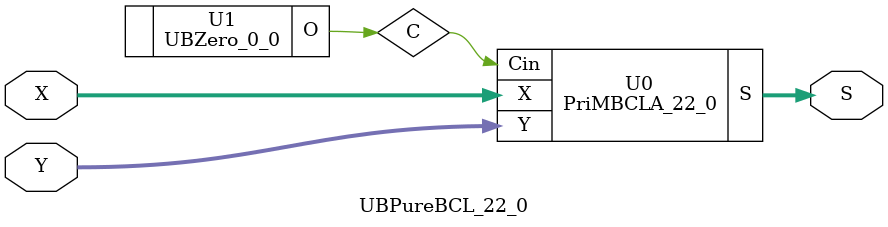
<source format=v>
/*----------------------------------------------------------------------------
  Copyright (c) 2021 Homma laboratory. All rights reserved.

  Top module: UBBCL_22_0_22_0

  Operand-1 length: 23
  Operand-2 length: 23
  Two-operand addition algorithm: Block carry look-ahead adder
----------------------------------------------------------------------------*/

module GPGenerator(Go, Po, A, B);
  output Go;
  output Po;
  input A;
  input B;
  assign Go = A & B;
  assign Po = A ^ B;
endmodule

module BCLAU_4(Go, Po, G, P, Cin);
  output Go;
  output Po;
  input Cin;
  input [3:0] G;
  input [3:0] P;
  assign Po = P[0] & P[1] & P[2] & P[3];
  assign Go = G[3] | ( P[3] & G[2] ) | ( P[3] & P[2] & G[1] ) | ( P[3] & P[2] & P[1] & G[0] );
endmodule

module BCLAlU_4(Go, Po, S, X, Y, Cin);
  output Go;
  output Po;
  output [3:0] S;
  input Cin;
  input [3:0] X;
  input [3:0] Y;
  wire [3:1] C;
  wire [3:0] G;
  wire [3:0] P;
  assign C[1] = G[0] | ( P[0] & Cin );
  assign C[2] = G[1] | ( P[1] & C[1] );
  assign C[3] = G[2] | ( P[2] & C[2] );
  assign S[0] = P[0] ^ Cin;
  assign S[1] = P[1] ^ C[1];
  assign S[2] = P[2] ^ C[2];
  assign S[3] = P[3] ^ C[3];
  GPGenerator U0 (G[0], P[0], X[0], Y[0]);
  GPGenerator U1 (G[1], P[1], X[1], Y[1]);
  GPGenerator U2 (G[2], P[2], X[2], Y[2]);
  GPGenerator U3 (G[3], P[3], X[3], Y[3]);
  BCLAU_4 U4 (Go, Po, G, P, Cin);
endmodule

module BCLAU_3(Go, Po, G, P, Cin);
  output Go;
  output Po;
  input Cin;
  input [2:0] G;
  input [2:0] P;
  assign Po = P[0] & P[1] & P[2];
  assign Go = G[2] | ( P[2] & G[1] ) | ( P[2] & P[1] & G[0] );
endmodule

module BCLAlU_3(Go, Po, S, X, Y, Cin);
  output Go;
  output Po;
  output [2:0] S;
  input Cin;
  input [2:0] X;
  input [2:0] Y;
  wire [2:1] C;
  wire [2:0] G;
  wire [2:0] P;
  assign C[1] = G[0] | ( P[0] & Cin );
  assign C[2] = G[1] | ( P[1] & C[1] );
  assign S[0] = P[0] ^ Cin;
  assign S[1] = P[1] ^ C[1];
  assign S[2] = P[2] ^ C[2];
  GPGenerator U0 (G[0], P[0], X[0], Y[0]);
  GPGenerator U1 (G[1], P[1], X[1], Y[1]);
  GPGenerator U2 (G[2], P[2], X[2], Y[2]);
  BCLAU_3 U3 (Go, Po, G, P, Cin);
endmodule

module BCLAU_2(Go, Po, G, P, Cin);
  output Go;
  output Po;
  input Cin;
  input [1:0] G;
  input [1:0] P;
  assign Po = P[0] & P[1];
  assign Go = G[1] | ( P[1] & G[0] );
endmodule

module PriMBCLA_22_0(S, X, Y, Cin);
  output [23:0] S;
  input Cin;
  input [22:0] X;
  input [22:0] Y;
  wire [5:0] C1;
  wire [1:0] C2;
  wire [5:0] G1;
  wire [1:0] G2;
  wire [5:0] P1;
  wire [1:0] P2;
  assign C1[0] = C2[0];
  assign C1[1] = G1[0] | ( P1[0] & C1[0] );
  assign C1[2] = G1[1] | ( P1[1] & C1[1] );
  assign C1[3] = G1[2] | ( P1[2] & C1[2] );
  assign C1[4] = C2[1];
  assign C1[5] = G1[4] | ( P1[4] & C1[4] );
  assign C2[0] = Cin;
  assign C2[1] = G2[0] | ( P2[0] & C2[0] );
  assign S[23] = G2[1] | ( P2[1] & C2[1] );
  BCLAlU_4 U0 (G1[0], P1[0], S[3:0], X[3:0], Y[3:0], C1[0]);
  BCLAlU_4 U1 (G1[1], P1[1], S[7:4], X[7:4], Y[7:4], C1[1]);
  BCLAlU_4 U2 (G1[2], P1[2], S[11:8], X[11:8], Y[11:8], C1[2]);
  BCLAlU_4 U3 (G1[3], P1[3], S[15:12], X[15:12], Y[15:12], C1[3]);
  BCLAlU_4 U4 (G1[4], P1[4], S[19:16], X[19:16], Y[19:16], C1[4]);
  BCLAlU_3 U5 (G1[5], P1[5], S[22:20], X[22:20], Y[22:20], C1[5]);
  BCLAU_4 U6 (G2[0], P2[0], G1[3:0], P1[3:0], C2[0]);
  BCLAU_2 U7 (G2[1], P2[1], G1[5:4], P1[5:4], C2[1]);
endmodule

module UBZero_0_0(O);
  output [0:0] O;
  assign O[0] = 0;
endmodule

module UBBCL_22_0_22_0 (S, X, Y);
  output [23:0] S;
  input [22:0] X;
  input [22:0] Y;
  UBPureBCL_22_0 U0 (S[23:0], X[22:0], Y[22:0]);
endmodule

module UBPureBCL_22_0 (S, X, Y);
  output [23:0] S;
  input [22:0] X;
  input [22:0] Y;
  wire C;
  PriMBCLA_22_0 U0 (S, X, Y, C);
  UBZero_0_0 U1 (C);
endmodule


</source>
